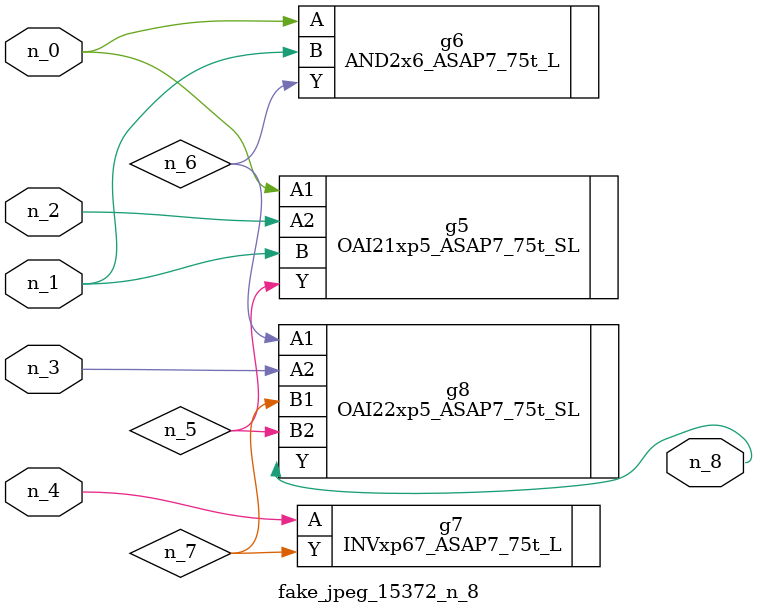
<source format=v>
module fake_jpeg_15372_n_8 (n_3, n_2, n_1, n_0, n_4, n_8);

input n_3;
input n_2;
input n_1;
input n_0;
input n_4;

output n_8;

wire n_6;
wire n_5;
wire n_7;

OAI21xp5_ASAP7_75t_SL g5 ( 
.A1(n_0),
.A2(n_2),
.B(n_1),
.Y(n_5)
);

AND2x6_ASAP7_75t_L g6 ( 
.A(n_0),
.B(n_1),
.Y(n_6)
);

INVxp67_ASAP7_75t_L g7 ( 
.A(n_4),
.Y(n_7)
);

OAI22xp5_ASAP7_75t_SL g8 ( 
.A1(n_6),
.A2(n_3),
.B1(n_7),
.B2(n_5),
.Y(n_8)
);


endmodule
</source>
